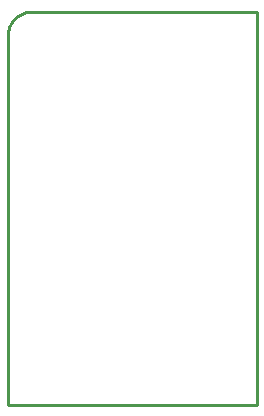
<source format=gbr>
G04 EAGLE Gerber RS-274X export*
G75*
%MOMM*%
%FSLAX34Y34*%
%LPD*%
%IN*%
%IPPOS*%
%AMOC8*
5,1,8,0,0,1.08239X$1,22.5*%
G01*
%ADD10C,0.254000*%


D10*
X2540Y2540D02*
X213360Y2540D01*
X213360Y335280D01*
X22860Y335280D01*
X21089Y335203D01*
X19331Y334971D01*
X17601Y334588D01*
X15910Y334055D01*
X14272Y333376D01*
X12700Y332558D01*
X11205Y331605D01*
X9799Y330526D01*
X8492Y329328D01*
X7294Y328021D01*
X6215Y326615D01*
X5262Y325120D01*
X4444Y323548D01*
X3765Y321910D01*
X3232Y320219D01*
X2849Y318489D01*
X2617Y316731D01*
X2540Y314960D01*
X2540Y2540D01*
M02*

</source>
